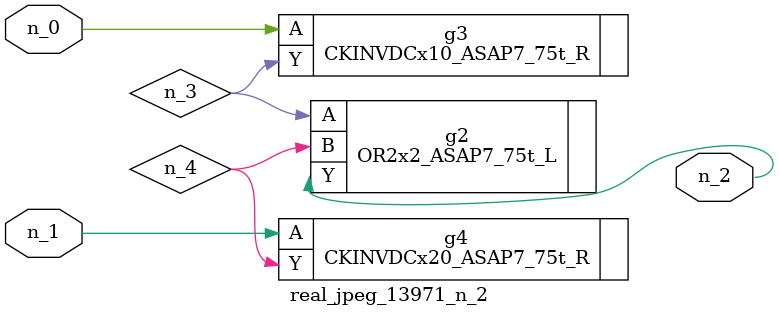
<source format=v>
module real_jpeg_13971_n_2 (n_1, n_0, n_2);

input n_1;
input n_0;

output n_2;

wire n_4;
wire n_3;

CKINVDCx10_ASAP7_75t_R g3 ( 
.A(n_0),
.Y(n_3)
);

CKINVDCx20_ASAP7_75t_R g4 ( 
.A(n_1),
.Y(n_4)
);

OR2x2_ASAP7_75t_L g2 ( 
.A(n_3),
.B(n_4),
.Y(n_2)
);


endmodule
</source>
